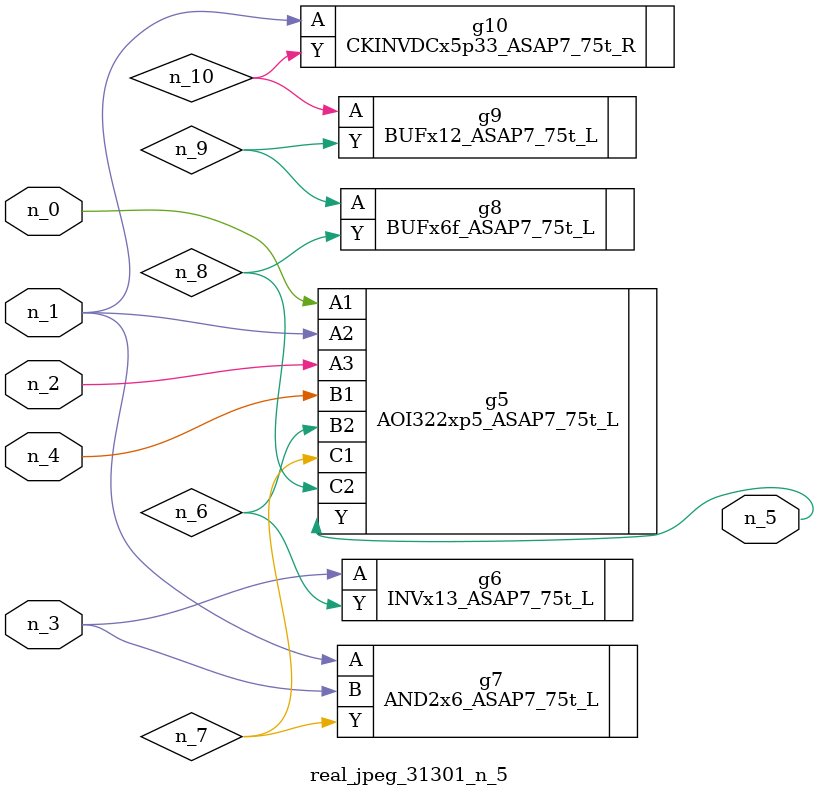
<source format=v>
module real_jpeg_31301_n_5 (n_4, n_0, n_1, n_2, n_3, n_5);

input n_4;
input n_0;
input n_1;
input n_2;
input n_3;

output n_5;

wire n_8;
wire n_6;
wire n_7;
wire n_10;
wire n_9;

AOI322xp5_ASAP7_75t_L g5 ( 
.A1(n_0),
.A2(n_1),
.A3(n_2),
.B1(n_4),
.B2(n_6),
.C1(n_7),
.C2(n_8),
.Y(n_5)
);

AND2x6_ASAP7_75t_L g7 ( 
.A(n_1),
.B(n_3),
.Y(n_7)
);

CKINVDCx5p33_ASAP7_75t_R g10 ( 
.A(n_1),
.Y(n_10)
);

INVx13_ASAP7_75t_L g6 ( 
.A(n_3),
.Y(n_6)
);

BUFx6f_ASAP7_75t_L g8 ( 
.A(n_9),
.Y(n_8)
);

BUFx12_ASAP7_75t_L g9 ( 
.A(n_10),
.Y(n_9)
);


endmodule
</source>
